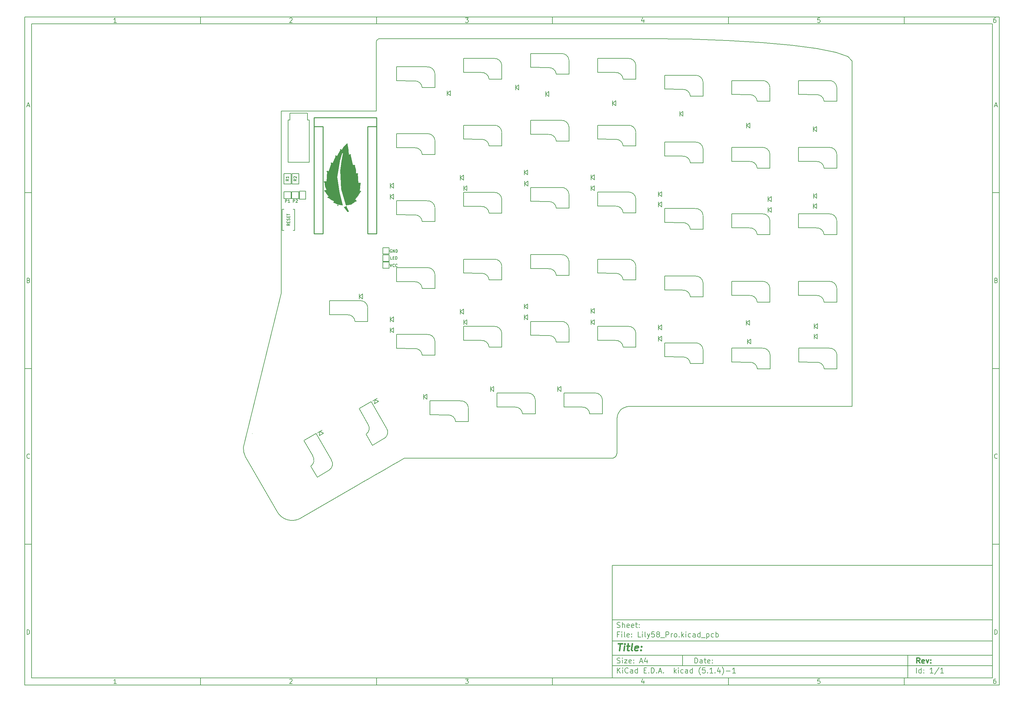
<source format=gto>
G04 #@! TF.GenerationSoftware,KiCad,Pcbnew,(5.1.4)-1*
G04 #@! TF.CreationDate,2020-11-12T20:18:54+01:00*
G04 #@! TF.ProjectId,Lily58_Pro,4c696c79-3538-45f5-9072-6f2e6b696361,rev?*
G04 #@! TF.SameCoordinates,Original*
G04 #@! TF.FileFunction,Legend,Top*
G04 #@! TF.FilePolarity,Positive*
%FSLAX46Y46*%
G04 Gerber Fmt 4.6, Leading zero omitted, Abs format (unit mm)*
G04 Created by KiCad (PCBNEW (5.1.4)-1) date 2020-11-12 20:18:54*
%MOMM*%
%LPD*%
G04 APERTURE LIST*
%ADD10C,0.100000*%
%ADD11C,0.150000*%
%ADD12C,0.300000*%
%ADD13C,0.400000*%
%ADD14C,0.200000*%
%ADD15C,0.250000*%
G04 APERTURE END LIST*
D10*
D11*
X177002200Y-166007200D02*
X177002200Y-198007200D01*
X285002200Y-198007200D01*
X285002200Y-166007200D01*
X177002200Y-166007200D01*
D10*
D11*
X10000000Y-10000000D02*
X10000000Y-200007200D01*
X287002200Y-200007200D01*
X287002200Y-10000000D01*
X10000000Y-10000000D01*
D10*
D11*
X12000000Y-12000000D02*
X12000000Y-198007200D01*
X285002200Y-198007200D01*
X285002200Y-12000000D01*
X12000000Y-12000000D01*
D10*
D11*
X60000000Y-12000000D02*
X60000000Y-10000000D01*
D10*
D11*
X110000000Y-12000000D02*
X110000000Y-10000000D01*
D10*
D11*
X160000000Y-12000000D02*
X160000000Y-10000000D01*
D10*
D11*
X210000000Y-12000000D02*
X210000000Y-10000000D01*
D10*
D11*
X260000000Y-12000000D02*
X260000000Y-10000000D01*
D10*
D11*
X36065476Y-11588095D02*
X35322619Y-11588095D01*
X35694047Y-11588095D02*
X35694047Y-10288095D01*
X35570238Y-10473809D01*
X35446428Y-10597619D01*
X35322619Y-10659523D01*
D10*
D11*
X85322619Y-10411904D02*
X85384523Y-10350000D01*
X85508333Y-10288095D01*
X85817857Y-10288095D01*
X85941666Y-10350000D01*
X86003571Y-10411904D01*
X86065476Y-10535714D01*
X86065476Y-10659523D01*
X86003571Y-10845238D01*
X85260714Y-11588095D01*
X86065476Y-11588095D01*
D10*
D11*
X135260714Y-10288095D02*
X136065476Y-10288095D01*
X135632142Y-10783333D01*
X135817857Y-10783333D01*
X135941666Y-10845238D01*
X136003571Y-10907142D01*
X136065476Y-11030952D01*
X136065476Y-11340476D01*
X136003571Y-11464285D01*
X135941666Y-11526190D01*
X135817857Y-11588095D01*
X135446428Y-11588095D01*
X135322619Y-11526190D01*
X135260714Y-11464285D01*
D10*
D11*
X185941666Y-10721428D02*
X185941666Y-11588095D01*
X185632142Y-10226190D02*
X185322619Y-11154761D01*
X186127380Y-11154761D01*
D10*
D11*
X236003571Y-10288095D02*
X235384523Y-10288095D01*
X235322619Y-10907142D01*
X235384523Y-10845238D01*
X235508333Y-10783333D01*
X235817857Y-10783333D01*
X235941666Y-10845238D01*
X236003571Y-10907142D01*
X236065476Y-11030952D01*
X236065476Y-11340476D01*
X236003571Y-11464285D01*
X235941666Y-11526190D01*
X235817857Y-11588095D01*
X235508333Y-11588095D01*
X235384523Y-11526190D01*
X235322619Y-11464285D01*
D10*
D11*
X285941666Y-10288095D02*
X285694047Y-10288095D01*
X285570238Y-10350000D01*
X285508333Y-10411904D01*
X285384523Y-10597619D01*
X285322619Y-10845238D01*
X285322619Y-11340476D01*
X285384523Y-11464285D01*
X285446428Y-11526190D01*
X285570238Y-11588095D01*
X285817857Y-11588095D01*
X285941666Y-11526190D01*
X286003571Y-11464285D01*
X286065476Y-11340476D01*
X286065476Y-11030952D01*
X286003571Y-10907142D01*
X285941666Y-10845238D01*
X285817857Y-10783333D01*
X285570238Y-10783333D01*
X285446428Y-10845238D01*
X285384523Y-10907142D01*
X285322619Y-11030952D01*
D10*
D11*
X60000000Y-198007200D02*
X60000000Y-200007200D01*
D10*
D11*
X110000000Y-198007200D02*
X110000000Y-200007200D01*
D10*
D11*
X160000000Y-198007200D02*
X160000000Y-200007200D01*
D10*
D11*
X210000000Y-198007200D02*
X210000000Y-200007200D01*
D10*
D11*
X260000000Y-198007200D02*
X260000000Y-200007200D01*
D10*
D11*
X36065476Y-199595295D02*
X35322619Y-199595295D01*
X35694047Y-199595295D02*
X35694047Y-198295295D01*
X35570238Y-198481009D01*
X35446428Y-198604819D01*
X35322619Y-198666723D01*
D10*
D11*
X85322619Y-198419104D02*
X85384523Y-198357200D01*
X85508333Y-198295295D01*
X85817857Y-198295295D01*
X85941666Y-198357200D01*
X86003571Y-198419104D01*
X86065476Y-198542914D01*
X86065476Y-198666723D01*
X86003571Y-198852438D01*
X85260714Y-199595295D01*
X86065476Y-199595295D01*
D10*
D11*
X135260714Y-198295295D02*
X136065476Y-198295295D01*
X135632142Y-198790533D01*
X135817857Y-198790533D01*
X135941666Y-198852438D01*
X136003571Y-198914342D01*
X136065476Y-199038152D01*
X136065476Y-199347676D01*
X136003571Y-199471485D01*
X135941666Y-199533390D01*
X135817857Y-199595295D01*
X135446428Y-199595295D01*
X135322619Y-199533390D01*
X135260714Y-199471485D01*
D10*
D11*
X185941666Y-198728628D02*
X185941666Y-199595295D01*
X185632142Y-198233390D02*
X185322619Y-199161961D01*
X186127380Y-199161961D01*
D10*
D11*
X236003571Y-198295295D02*
X235384523Y-198295295D01*
X235322619Y-198914342D01*
X235384523Y-198852438D01*
X235508333Y-198790533D01*
X235817857Y-198790533D01*
X235941666Y-198852438D01*
X236003571Y-198914342D01*
X236065476Y-199038152D01*
X236065476Y-199347676D01*
X236003571Y-199471485D01*
X235941666Y-199533390D01*
X235817857Y-199595295D01*
X235508333Y-199595295D01*
X235384523Y-199533390D01*
X235322619Y-199471485D01*
D10*
D11*
X285941666Y-198295295D02*
X285694047Y-198295295D01*
X285570238Y-198357200D01*
X285508333Y-198419104D01*
X285384523Y-198604819D01*
X285322619Y-198852438D01*
X285322619Y-199347676D01*
X285384523Y-199471485D01*
X285446428Y-199533390D01*
X285570238Y-199595295D01*
X285817857Y-199595295D01*
X285941666Y-199533390D01*
X286003571Y-199471485D01*
X286065476Y-199347676D01*
X286065476Y-199038152D01*
X286003571Y-198914342D01*
X285941666Y-198852438D01*
X285817857Y-198790533D01*
X285570238Y-198790533D01*
X285446428Y-198852438D01*
X285384523Y-198914342D01*
X285322619Y-199038152D01*
D10*
D11*
X10000000Y-60000000D02*
X12000000Y-60000000D01*
D10*
D11*
X10000000Y-110000000D02*
X12000000Y-110000000D01*
D10*
D11*
X10000000Y-160000000D02*
X12000000Y-160000000D01*
D10*
D11*
X10690476Y-35216666D02*
X11309523Y-35216666D01*
X10566666Y-35588095D02*
X11000000Y-34288095D01*
X11433333Y-35588095D01*
D10*
D11*
X11092857Y-84907142D02*
X11278571Y-84969047D01*
X11340476Y-85030952D01*
X11402380Y-85154761D01*
X11402380Y-85340476D01*
X11340476Y-85464285D01*
X11278571Y-85526190D01*
X11154761Y-85588095D01*
X10659523Y-85588095D01*
X10659523Y-84288095D01*
X11092857Y-84288095D01*
X11216666Y-84350000D01*
X11278571Y-84411904D01*
X11340476Y-84535714D01*
X11340476Y-84659523D01*
X11278571Y-84783333D01*
X11216666Y-84845238D01*
X11092857Y-84907142D01*
X10659523Y-84907142D01*
D10*
D11*
X11402380Y-135464285D02*
X11340476Y-135526190D01*
X11154761Y-135588095D01*
X11030952Y-135588095D01*
X10845238Y-135526190D01*
X10721428Y-135402380D01*
X10659523Y-135278571D01*
X10597619Y-135030952D01*
X10597619Y-134845238D01*
X10659523Y-134597619D01*
X10721428Y-134473809D01*
X10845238Y-134350000D01*
X11030952Y-134288095D01*
X11154761Y-134288095D01*
X11340476Y-134350000D01*
X11402380Y-134411904D01*
D10*
D11*
X10659523Y-185588095D02*
X10659523Y-184288095D01*
X10969047Y-184288095D01*
X11154761Y-184350000D01*
X11278571Y-184473809D01*
X11340476Y-184597619D01*
X11402380Y-184845238D01*
X11402380Y-185030952D01*
X11340476Y-185278571D01*
X11278571Y-185402380D01*
X11154761Y-185526190D01*
X10969047Y-185588095D01*
X10659523Y-185588095D01*
D10*
D11*
X287002200Y-60000000D02*
X285002200Y-60000000D01*
D10*
D11*
X287002200Y-110000000D02*
X285002200Y-110000000D01*
D10*
D11*
X287002200Y-160000000D02*
X285002200Y-160000000D01*
D10*
D11*
X285692676Y-35216666D02*
X286311723Y-35216666D01*
X285568866Y-35588095D02*
X286002200Y-34288095D01*
X286435533Y-35588095D01*
D10*
D11*
X286095057Y-84907142D02*
X286280771Y-84969047D01*
X286342676Y-85030952D01*
X286404580Y-85154761D01*
X286404580Y-85340476D01*
X286342676Y-85464285D01*
X286280771Y-85526190D01*
X286156961Y-85588095D01*
X285661723Y-85588095D01*
X285661723Y-84288095D01*
X286095057Y-84288095D01*
X286218866Y-84350000D01*
X286280771Y-84411904D01*
X286342676Y-84535714D01*
X286342676Y-84659523D01*
X286280771Y-84783333D01*
X286218866Y-84845238D01*
X286095057Y-84907142D01*
X285661723Y-84907142D01*
D10*
D11*
X286404580Y-135464285D02*
X286342676Y-135526190D01*
X286156961Y-135588095D01*
X286033152Y-135588095D01*
X285847438Y-135526190D01*
X285723628Y-135402380D01*
X285661723Y-135278571D01*
X285599819Y-135030952D01*
X285599819Y-134845238D01*
X285661723Y-134597619D01*
X285723628Y-134473809D01*
X285847438Y-134350000D01*
X286033152Y-134288095D01*
X286156961Y-134288095D01*
X286342676Y-134350000D01*
X286404580Y-134411904D01*
D10*
D11*
X285661723Y-185588095D02*
X285661723Y-184288095D01*
X285971247Y-184288095D01*
X286156961Y-184350000D01*
X286280771Y-184473809D01*
X286342676Y-184597619D01*
X286404580Y-184845238D01*
X286404580Y-185030952D01*
X286342676Y-185278571D01*
X286280771Y-185402380D01*
X286156961Y-185526190D01*
X285971247Y-185588095D01*
X285661723Y-185588095D01*
D10*
D11*
X200434342Y-193785771D02*
X200434342Y-192285771D01*
X200791485Y-192285771D01*
X201005771Y-192357200D01*
X201148628Y-192500057D01*
X201220057Y-192642914D01*
X201291485Y-192928628D01*
X201291485Y-193142914D01*
X201220057Y-193428628D01*
X201148628Y-193571485D01*
X201005771Y-193714342D01*
X200791485Y-193785771D01*
X200434342Y-193785771D01*
X202577200Y-193785771D02*
X202577200Y-193000057D01*
X202505771Y-192857200D01*
X202362914Y-192785771D01*
X202077200Y-192785771D01*
X201934342Y-192857200D01*
X202577200Y-193714342D02*
X202434342Y-193785771D01*
X202077200Y-193785771D01*
X201934342Y-193714342D01*
X201862914Y-193571485D01*
X201862914Y-193428628D01*
X201934342Y-193285771D01*
X202077200Y-193214342D01*
X202434342Y-193214342D01*
X202577200Y-193142914D01*
X203077200Y-192785771D02*
X203648628Y-192785771D01*
X203291485Y-192285771D02*
X203291485Y-193571485D01*
X203362914Y-193714342D01*
X203505771Y-193785771D01*
X203648628Y-193785771D01*
X204720057Y-193714342D02*
X204577200Y-193785771D01*
X204291485Y-193785771D01*
X204148628Y-193714342D01*
X204077200Y-193571485D01*
X204077200Y-193000057D01*
X204148628Y-192857200D01*
X204291485Y-192785771D01*
X204577200Y-192785771D01*
X204720057Y-192857200D01*
X204791485Y-193000057D01*
X204791485Y-193142914D01*
X204077200Y-193285771D01*
X205434342Y-193642914D02*
X205505771Y-193714342D01*
X205434342Y-193785771D01*
X205362914Y-193714342D01*
X205434342Y-193642914D01*
X205434342Y-193785771D01*
X205434342Y-192857200D02*
X205505771Y-192928628D01*
X205434342Y-193000057D01*
X205362914Y-192928628D01*
X205434342Y-192857200D01*
X205434342Y-193000057D01*
D10*
D11*
X177002200Y-194507200D02*
X285002200Y-194507200D01*
D10*
D11*
X178434342Y-196585771D02*
X178434342Y-195085771D01*
X179291485Y-196585771D02*
X178648628Y-195728628D01*
X179291485Y-195085771D02*
X178434342Y-195942914D01*
X179934342Y-196585771D02*
X179934342Y-195585771D01*
X179934342Y-195085771D02*
X179862914Y-195157200D01*
X179934342Y-195228628D01*
X180005771Y-195157200D01*
X179934342Y-195085771D01*
X179934342Y-195228628D01*
X181505771Y-196442914D02*
X181434342Y-196514342D01*
X181220057Y-196585771D01*
X181077200Y-196585771D01*
X180862914Y-196514342D01*
X180720057Y-196371485D01*
X180648628Y-196228628D01*
X180577200Y-195942914D01*
X180577200Y-195728628D01*
X180648628Y-195442914D01*
X180720057Y-195300057D01*
X180862914Y-195157200D01*
X181077200Y-195085771D01*
X181220057Y-195085771D01*
X181434342Y-195157200D01*
X181505771Y-195228628D01*
X182791485Y-196585771D02*
X182791485Y-195800057D01*
X182720057Y-195657200D01*
X182577200Y-195585771D01*
X182291485Y-195585771D01*
X182148628Y-195657200D01*
X182791485Y-196514342D02*
X182648628Y-196585771D01*
X182291485Y-196585771D01*
X182148628Y-196514342D01*
X182077200Y-196371485D01*
X182077200Y-196228628D01*
X182148628Y-196085771D01*
X182291485Y-196014342D01*
X182648628Y-196014342D01*
X182791485Y-195942914D01*
X184148628Y-196585771D02*
X184148628Y-195085771D01*
X184148628Y-196514342D02*
X184005771Y-196585771D01*
X183720057Y-196585771D01*
X183577200Y-196514342D01*
X183505771Y-196442914D01*
X183434342Y-196300057D01*
X183434342Y-195871485D01*
X183505771Y-195728628D01*
X183577200Y-195657200D01*
X183720057Y-195585771D01*
X184005771Y-195585771D01*
X184148628Y-195657200D01*
X186005771Y-195800057D02*
X186505771Y-195800057D01*
X186720057Y-196585771D02*
X186005771Y-196585771D01*
X186005771Y-195085771D01*
X186720057Y-195085771D01*
X187362914Y-196442914D02*
X187434342Y-196514342D01*
X187362914Y-196585771D01*
X187291485Y-196514342D01*
X187362914Y-196442914D01*
X187362914Y-196585771D01*
X188077200Y-196585771D02*
X188077200Y-195085771D01*
X188434342Y-195085771D01*
X188648628Y-195157200D01*
X188791485Y-195300057D01*
X188862914Y-195442914D01*
X188934342Y-195728628D01*
X188934342Y-195942914D01*
X188862914Y-196228628D01*
X188791485Y-196371485D01*
X188648628Y-196514342D01*
X188434342Y-196585771D01*
X188077200Y-196585771D01*
X189577200Y-196442914D02*
X189648628Y-196514342D01*
X189577200Y-196585771D01*
X189505771Y-196514342D01*
X189577200Y-196442914D01*
X189577200Y-196585771D01*
X190220057Y-196157200D02*
X190934342Y-196157200D01*
X190077200Y-196585771D02*
X190577200Y-195085771D01*
X191077200Y-196585771D01*
X191577200Y-196442914D02*
X191648628Y-196514342D01*
X191577200Y-196585771D01*
X191505771Y-196514342D01*
X191577200Y-196442914D01*
X191577200Y-196585771D01*
X194577200Y-196585771D02*
X194577200Y-195085771D01*
X194720057Y-196014342D02*
X195148628Y-196585771D01*
X195148628Y-195585771D02*
X194577200Y-196157200D01*
X195791485Y-196585771D02*
X195791485Y-195585771D01*
X195791485Y-195085771D02*
X195720057Y-195157200D01*
X195791485Y-195228628D01*
X195862914Y-195157200D01*
X195791485Y-195085771D01*
X195791485Y-195228628D01*
X197148628Y-196514342D02*
X197005771Y-196585771D01*
X196720057Y-196585771D01*
X196577200Y-196514342D01*
X196505771Y-196442914D01*
X196434342Y-196300057D01*
X196434342Y-195871485D01*
X196505771Y-195728628D01*
X196577200Y-195657200D01*
X196720057Y-195585771D01*
X197005771Y-195585771D01*
X197148628Y-195657200D01*
X198434342Y-196585771D02*
X198434342Y-195800057D01*
X198362914Y-195657200D01*
X198220057Y-195585771D01*
X197934342Y-195585771D01*
X197791485Y-195657200D01*
X198434342Y-196514342D02*
X198291485Y-196585771D01*
X197934342Y-196585771D01*
X197791485Y-196514342D01*
X197720057Y-196371485D01*
X197720057Y-196228628D01*
X197791485Y-196085771D01*
X197934342Y-196014342D01*
X198291485Y-196014342D01*
X198434342Y-195942914D01*
X199791485Y-196585771D02*
X199791485Y-195085771D01*
X199791485Y-196514342D02*
X199648628Y-196585771D01*
X199362914Y-196585771D01*
X199220057Y-196514342D01*
X199148628Y-196442914D01*
X199077200Y-196300057D01*
X199077200Y-195871485D01*
X199148628Y-195728628D01*
X199220057Y-195657200D01*
X199362914Y-195585771D01*
X199648628Y-195585771D01*
X199791485Y-195657200D01*
X202077200Y-197157200D02*
X202005771Y-197085771D01*
X201862914Y-196871485D01*
X201791485Y-196728628D01*
X201720057Y-196514342D01*
X201648628Y-196157200D01*
X201648628Y-195871485D01*
X201720057Y-195514342D01*
X201791485Y-195300057D01*
X201862914Y-195157200D01*
X202005771Y-194942914D01*
X202077200Y-194871485D01*
X203362914Y-195085771D02*
X202648628Y-195085771D01*
X202577200Y-195800057D01*
X202648628Y-195728628D01*
X202791485Y-195657200D01*
X203148628Y-195657200D01*
X203291485Y-195728628D01*
X203362914Y-195800057D01*
X203434342Y-195942914D01*
X203434342Y-196300057D01*
X203362914Y-196442914D01*
X203291485Y-196514342D01*
X203148628Y-196585771D01*
X202791485Y-196585771D01*
X202648628Y-196514342D01*
X202577200Y-196442914D01*
X204077200Y-196442914D02*
X204148628Y-196514342D01*
X204077200Y-196585771D01*
X204005771Y-196514342D01*
X204077200Y-196442914D01*
X204077200Y-196585771D01*
X205577200Y-196585771D02*
X204720057Y-196585771D01*
X205148628Y-196585771D02*
X205148628Y-195085771D01*
X205005771Y-195300057D01*
X204862914Y-195442914D01*
X204720057Y-195514342D01*
X206220057Y-196442914D02*
X206291485Y-196514342D01*
X206220057Y-196585771D01*
X206148628Y-196514342D01*
X206220057Y-196442914D01*
X206220057Y-196585771D01*
X207577200Y-195585771D02*
X207577200Y-196585771D01*
X207220057Y-195014342D02*
X206862914Y-196085771D01*
X207791485Y-196085771D01*
X208220057Y-197157200D02*
X208291485Y-197085771D01*
X208434342Y-196871485D01*
X208505771Y-196728628D01*
X208577200Y-196514342D01*
X208648628Y-196157200D01*
X208648628Y-195871485D01*
X208577200Y-195514342D01*
X208505771Y-195300057D01*
X208434342Y-195157200D01*
X208291485Y-194942914D01*
X208220057Y-194871485D01*
X209362914Y-196014342D02*
X210505771Y-196014342D01*
X212005771Y-196585771D02*
X211148628Y-196585771D01*
X211577200Y-196585771D02*
X211577200Y-195085771D01*
X211434342Y-195300057D01*
X211291485Y-195442914D01*
X211148628Y-195514342D01*
D10*
D11*
X177002200Y-191507200D02*
X285002200Y-191507200D01*
D10*
D12*
X264411485Y-193785771D02*
X263911485Y-193071485D01*
X263554342Y-193785771D02*
X263554342Y-192285771D01*
X264125771Y-192285771D01*
X264268628Y-192357200D01*
X264340057Y-192428628D01*
X264411485Y-192571485D01*
X264411485Y-192785771D01*
X264340057Y-192928628D01*
X264268628Y-193000057D01*
X264125771Y-193071485D01*
X263554342Y-193071485D01*
X265625771Y-193714342D02*
X265482914Y-193785771D01*
X265197200Y-193785771D01*
X265054342Y-193714342D01*
X264982914Y-193571485D01*
X264982914Y-193000057D01*
X265054342Y-192857200D01*
X265197200Y-192785771D01*
X265482914Y-192785771D01*
X265625771Y-192857200D01*
X265697200Y-193000057D01*
X265697200Y-193142914D01*
X264982914Y-193285771D01*
X266197200Y-192785771D02*
X266554342Y-193785771D01*
X266911485Y-192785771D01*
X267482914Y-193642914D02*
X267554342Y-193714342D01*
X267482914Y-193785771D01*
X267411485Y-193714342D01*
X267482914Y-193642914D01*
X267482914Y-193785771D01*
X267482914Y-192857200D02*
X267554342Y-192928628D01*
X267482914Y-193000057D01*
X267411485Y-192928628D01*
X267482914Y-192857200D01*
X267482914Y-193000057D01*
D10*
D11*
X178362914Y-193714342D02*
X178577200Y-193785771D01*
X178934342Y-193785771D01*
X179077200Y-193714342D01*
X179148628Y-193642914D01*
X179220057Y-193500057D01*
X179220057Y-193357200D01*
X179148628Y-193214342D01*
X179077200Y-193142914D01*
X178934342Y-193071485D01*
X178648628Y-193000057D01*
X178505771Y-192928628D01*
X178434342Y-192857200D01*
X178362914Y-192714342D01*
X178362914Y-192571485D01*
X178434342Y-192428628D01*
X178505771Y-192357200D01*
X178648628Y-192285771D01*
X179005771Y-192285771D01*
X179220057Y-192357200D01*
X179862914Y-193785771D02*
X179862914Y-192785771D01*
X179862914Y-192285771D02*
X179791485Y-192357200D01*
X179862914Y-192428628D01*
X179934342Y-192357200D01*
X179862914Y-192285771D01*
X179862914Y-192428628D01*
X180434342Y-192785771D02*
X181220057Y-192785771D01*
X180434342Y-193785771D01*
X181220057Y-193785771D01*
X182362914Y-193714342D02*
X182220057Y-193785771D01*
X181934342Y-193785771D01*
X181791485Y-193714342D01*
X181720057Y-193571485D01*
X181720057Y-193000057D01*
X181791485Y-192857200D01*
X181934342Y-192785771D01*
X182220057Y-192785771D01*
X182362914Y-192857200D01*
X182434342Y-193000057D01*
X182434342Y-193142914D01*
X181720057Y-193285771D01*
X183077200Y-193642914D02*
X183148628Y-193714342D01*
X183077200Y-193785771D01*
X183005771Y-193714342D01*
X183077200Y-193642914D01*
X183077200Y-193785771D01*
X183077200Y-192857200D02*
X183148628Y-192928628D01*
X183077200Y-193000057D01*
X183005771Y-192928628D01*
X183077200Y-192857200D01*
X183077200Y-193000057D01*
X184862914Y-193357200D02*
X185577200Y-193357200D01*
X184720057Y-193785771D02*
X185220057Y-192285771D01*
X185720057Y-193785771D01*
X186862914Y-192785771D02*
X186862914Y-193785771D01*
X186505771Y-192214342D02*
X186148628Y-193285771D01*
X187077200Y-193285771D01*
D10*
D11*
X263434342Y-196585771D02*
X263434342Y-195085771D01*
X264791485Y-196585771D02*
X264791485Y-195085771D01*
X264791485Y-196514342D02*
X264648628Y-196585771D01*
X264362914Y-196585771D01*
X264220057Y-196514342D01*
X264148628Y-196442914D01*
X264077200Y-196300057D01*
X264077200Y-195871485D01*
X264148628Y-195728628D01*
X264220057Y-195657200D01*
X264362914Y-195585771D01*
X264648628Y-195585771D01*
X264791485Y-195657200D01*
X265505771Y-196442914D02*
X265577200Y-196514342D01*
X265505771Y-196585771D01*
X265434342Y-196514342D01*
X265505771Y-196442914D01*
X265505771Y-196585771D01*
X265505771Y-195657200D02*
X265577200Y-195728628D01*
X265505771Y-195800057D01*
X265434342Y-195728628D01*
X265505771Y-195657200D01*
X265505771Y-195800057D01*
X268148628Y-196585771D02*
X267291485Y-196585771D01*
X267720057Y-196585771D02*
X267720057Y-195085771D01*
X267577200Y-195300057D01*
X267434342Y-195442914D01*
X267291485Y-195514342D01*
X269862914Y-195014342D02*
X268577200Y-196942914D01*
X271148628Y-196585771D02*
X270291485Y-196585771D01*
X270720057Y-196585771D02*
X270720057Y-195085771D01*
X270577200Y-195300057D01*
X270434342Y-195442914D01*
X270291485Y-195514342D01*
D10*
D11*
X177002200Y-187507200D02*
X285002200Y-187507200D01*
D10*
D13*
X178714580Y-188211961D02*
X179857438Y-188211961D01*
X179036009Y-190211961D02*
X179286009Y-188211961D01*
X180274104Y-190211961D02*
X180440771Y-188878628D01*
X180524104Y-188211961D02*
X180416961Y-188307200D01*
X180500295Y-188402438D01*
X180607438Y-188307200D01*
X180524104Y-188211961D01*
X180500295Y-188402438D01*
X181107438Y-188878628D02*
X181869342Y-188878628D01*
X181476485Y-188211961D02*
X181262200Y-189926247D01*
X181333628Y-190116723D01*
X181512200Y-190211961D01*
X181702676Y-190211961D01*
X182655057Y-190211961D02*
X182476485Y-190116723D01*
X182405057Y-189926247D01*
X182619342Y-188211961D01*
X184190771Y-190116723D02*
X183988390Y-190211961D01*
X183607438Y-190211961D01*
X183428866Y-190116723D01*
X183357438Y-189926247D01*
X183452676Y-189164342D01*
X183571723Y-188973866D01*
X183774104Y-188878628D01*
X184155057Y-188878628D01*
X184333628Y-188973866D01*
X184405057Y-189164342D01*
X184381247Y-189354819D01*
X183405057Y-189545295D01*
X185155057Y-190021485D02*
X185238390Y-190116723D01*
X185131247Y-190211961D01*
X185047914Y-190116723D01*
X185155057Y-190021485D01*
X185131247Y-190211961D01*
X185286009Y-188973866D02*
X185369342Y-189069104D01*
X185262200Y-189164342D01*
X185178866Y-189069104D01*
X185286009Y-188973866D01*
X185262200Y-189164342D01*
D10*
D11*
X178934342Y-185600057D02*
X178434342Y-185600057D01*
X178434342Y-186385771D02*
X178434342Y-184885771D01*
X179148628Y-184885771D01*
X179720057Y-186385771D02*
X179720057Y-185385771D01*
X179720057Y-184885771D02*
X179648628Y-184957200D01*
X179720057Y-185028628D01*
X179791485Y-184957200D01*
X179720057Y-184885771D01*
X179720057Y-185028628D01*
X180648628Y-186385771D02*
X180505771Y-186314342D01*
X180434342Y-186171485D01*
X180434342Y-184885771D01*
X181791485Y-186314342D02*
X181648628Y-186385771D01*
X181362914Y-186385771D01*
X181220057Y-186314342D01*
X181148628Y-186171485D01*
X181148628Y-185600057D01*
X181220057Y-185457200D01*
X181362914Y-185385771D01*
X181648628Y-185385771D01*
X181791485Y-185457200D01*
X181862914Y-185600057D01*
X181862914Y-185742914D01*
X181148628Y-185885771D01*
X182505771Y-186242914D02*
X182577200Y-186314342D01*
X182505771Y-186385771D01*
X182434342Y-186314342D01*
X182505771Y-186242914D01*
X182505771Y-186385771D01*
X182505771Y-185457200D02*
X182577200Y-185528628D01*
X182505771Y-185600057D01*
X182434342Y-185528628D01*
X182505771Y-185457200D01*
X182505771Y-185600057D01*
X185077200Y-186385771D02*
X184362914Y-186385771D01*
X184362914Y-184885771D01*
X185577200Y-186385771D02*
X185577200Y-185385771D01*
X185577200Y-184885771D02*
X185505771Y-184957200D01*
X185577200Y-185028628D01*
X185648628Y-184957200D01*
X185577200Y-184885771D01*
X185577200Y-185028628D01*
X186505771Y-186385771D02*
X186362914Y-186314342D01*
X186291485Y-186171485D01*
X186291485Y-184885771D01*
X186934342Y-185385771D02*
X187291485Y-186385771D01*
X187648628Y-185385771D02*
X187291485Y-186385771D01*
X187148628Y-186742914D01*
X187077200Y-186814342D01*
X186934342Y-186885771D01*
X188934342Y-184885771D02*
X188220057Y-184885771D01*
X188148628Y-185600057D01*
X188220057Y-185528628D01*
X188362914Y-185457200D01*
X188720057Y-185457200D01*
X188862914Y-185528628D01*
X188934342Y-185600057D01*
X189005771Y-185742914D01*
X189005771Y-186100057D01*
X188934342Y-186242914D01*
X188862914Y-186314342D01*
X188720057Y-186385771D01*
X188362914Y-186385771D01*
X188220057Y-186314342D01*
X188148628Y-186242914D01*
X189862914Y-185528628D02*
X189720057Y-185457200D01*
X189648628Y-185385771D01*
X189577200Y-185242914D01*
X189577200Y-185171485D01*
X189648628Y-185028628D01*
X189720057Y-184957200D01*
X189862914Y-184885771D01*
X190148628Y-184885771D01*
X190291485Y-184957200D01*
X190362914Y-185028628D01*
X190434342Y-185171485D01*
X190434342Y-185242914D01*
X190362914Y-185385771D01*
X190291485Y-185457200D01*
X190148628Y-185528628D01*
X189862914Y-185528628D01*
X189720057Y-185600057D01*
X189648628Y-185671485D01*
X189577200Y-185814342D01*
X189577200Y-186100057D01*
X189648628Y-186242914D01*
X189720057Y-186314342D01*
X189862914Y-186385771D01*
X190148628Y-186385771D01*
X190291485Y-186314342D01*
X190362914Y-186242914D01*
X190434342Y-186100057D01*
X190434342Y-185814342D01*
X190362914Y-185671485D01*
X190291485Y-185600057D01*
X190148628Y-185528628D01*
X190720057Y-186528628D02*
X191862914Y-186528628D01*
X192220057Y-186385771D02*
X192220057Y-184885771D01*
X192791485Y-184885771D01*
X192934342Y-184957200D01*
X193005771Y-185028628D01*
X193077200Y-185171485D01*
X193077200Y-185385771D01*
X193005771Y-185528628D01*
X192934342Y-185600057D01*
X192791485Y-185671485D01*
X192220057Y-185671485D01*
X193720057Y-186385771D02*
X193720057Y-185385771D01*
X193720057Y-185671485D02*
X193791485Y-185528628D01*
X193862914Y-185457200D01*
X194005771Y-185385771D01*
X194148628Y-185385771D01*
X194862914Y-186385771D02*
X194720057Y-186314342D01*
X194648628Y-186242914D01*
X194577200Y-186100057D01*
X194577200Y-185671485D01*
X194648628Y-185528628D01*
X194720057Y-185457200D01*
X194862914Y-185385771D01*
X195077200Y-185385771D01*
X195220057Y-185457200D01*
X195291485Y-185528628D01*
X195362914Y-185671485D01*
X195362914Y-186100057D01*
X195291485Y-186242914D01*
X195220057Y-186314342D01*
X195077200Y-186385771D01*
X194862914Y-186385771D01*
X196005771Y-186242914D02*
X196077200Y-186314342D01*
X196005771Y-186385771D01*
X195934342Y-186314342D01*
X196005771Y-186242914D01*
X196005771Y-186385771D01*
X196720057Y-186385771D02*
X196720057Y-184885771D01*
X196862914Y-185814342D02*
X197291485Y-186385771D01*
X197291485Y-185385771D02*
X196720057Y-185957200D01*
X197934342Y-186385771D02*
X197934342Y-185385771D01*
X197934342Y-184885771D02*
X197862914Y-184957200D01*
X197934342Y-185028628D01*
X198005771Y-184957200D01*
X197934342Y-184885771D01*
X197934342Y-185028628D01*
X199291485Y-186314342D02*
X199148628Y-186385771D01*
X198862914Y-186385771D01*
X198720057Y-186314342D01*
X198648628Y-186242914D01*
X198577200Y-186100057D01*
X198577200Y-185671485D01*
X198648628Y-185528628D01*
X198720057Y-185457200D01*
X198862914Y-185385771D01*
X199148628Y-185385771D01*
X199291485Y-185457200D01*
X200577200Y-186385771D02*
X200577200Y-185600057D01*
X200505771Y-185457200D01*
X200362914Y-185385771D01*
X200077200Y-185385771D01*
X199934342Y-185457200D01*
X200577200Y-186314342D02*
X200434342Y-186385771D01*
X200077200Y-186385771D01*
X199934342Y-186314342D01*
X199862914Y-186171485D01*
X199862914Y-186028628D01*
X199934342Y-185885771D01*
X200077200Y-185814342D01*
X200434342Y-185814342D01*
X200577200Y-185742914D01*
X201934342Y-186385771D02*
X201934342Y-184885771D01*
X201934342Y-186314342D02*
X201791485Y-186385771D01*
X201505771Y-186385771D01*
X201362914Y-186314342D01*
X201291485Y-186242914D01*
X201220057Y-186100057D01*
X201220057Y-185671485D01*
X201291485Y-185528628D01*
X201362914Y-185457200D01*
X201505771Y-185385771D01*
X201791485Y-185385771D01*
X201934342Y-185457200D01*
X202291485Y-186528628D02*
X203434342Y-186528628D01*
X203791485Y-185385771D02*
X203791485Y-186885771D01*
X203791485Y-185457200D02*
X203934342Y-185385771D01*
X204220057Y-185385771D01*
X204362914Y-185457200D01*
X204434342Y-185528628D01*
X204505771Y-185671485D01*
X204505771Y-186100057D01*
X204434342Y-186242914D01*
X204362914Y-186314342D01*
X204220057Y-186385771D01*
X203934342Y-186385771D01*
X203791485Y-186314342D01*
X205791485Y-186314342D02*
X205648628Y-186385771D01*
X205362914Y-186385771D01*
X205220057Y-186314342D01*
X205148628Y-186242914D01*
X205077200Y-186100057D01*
X205077200Y-185671485D01*
X205148628Y-185528628D01*
X205220057Y-185457200D01*
X205362914Y-185385771D01*
X205648628Y-185385771D01*
X205791485Y-185457200D01*
X206434342Y-186385771D02*
X206434342Y-184885771D01*
X206434342Y-185457200D02*
X206577200Y-185385771D01*
X206862914Y-185385771D01*
X207005771Y-185457200D01*
X207077200Y-185528628D01*
X207148628Y-185671485D01*
X207148628Y-186100057D01*
X207077200Y-186242914D01*
X207005771Y-186314342D01*
X206862914Y-186385771D01*
X206577200Y-186385771D01*
X206434342Y-186314342D01*
D10*
D11*
X177002200Y-181507200D02*
X285002200Y-181507200D01*
D10*
D11*
X178362914Y-183614342D02*
X178577200Y-183685771D01*
X178934342Y-183685771D01*
X179077200Y-183614342D01*
X179148628Y-183542914D01*
X179220057Y-183400057D01*
X179220057Y-183257200D01*
X179148628Y-183114342D01*
X179077200Y-183042914D01*
X178934342Y-182971485D01*
X178648628Y-182900057D01*
X178505771Y-182828628D01*
X178434342Y-182757200D01*
X178362914Y-182614342D01*
X178362914Y-182471485D01*
X178434342Y-182328628D01*
X178505771Y-182257200D01*
X178648628Y-182185771D01*
X179005771Y-182185771D01*
X179220057Y-182257200D01*
X179862914Y-183685771D02*
X179862914Y-182185771D01*
X180505771Y-183685771D02*
X180505771Y-182900057D01*
X180434342Y-182757200D01*
X180291485Y-182685771D01*
X180077200Y-182685771D01*
X179934342Y-182757200D01*
X179862914Y-182828628D01*
X181791485Y-183614342D02*
X181648628Y-183685771D01*
X181362914Y-183685771D01*
X181220057Y-183614342D01*
X181148628Y-183471485D01*
X181148628Y-182900057D01*
X181220057Y-182757200D01*
X181362914Y-182685771D01*
X181648628Y-182685771D01*
X181791485Y-182757200D01*
X181862914Y-182900057D01*
X181862914Y-183042914D01*
X181148628Y-183185771D01*
X183077200Y-183614342D02*
X182934342Y-183685771D01*
X182648628Y-183685771D01*
X182505771Y-183614342D01*
X182434342Y-183471485D01*
X182434342Y-182900057D01*
X182505771Y-182757200D01*
X182648628Y-182685771D01*
X182934342Y-182685771D01*
X183077200Y-182757200D01*
X183148628Y-182900057D01*
X183148628Y-183042914D01*
X182434342Y-183185771D01*
X183577200Y-182685771D02*
X184148628Y-182685771D01*
X183791485Y-182185771D02*
X183791485Y-183471485D01*
X183862914Y-183614342D01*
X184005771Y-183685771D01*
X184148628Y-183685771D01*
X184648628Y-183542914D02*
X184720057Y-183614342D01*
X184648628Y-183685771D01*
X184577200Y-183614342D01*
X184648628Y-183542914D01*
X184648628Y-183685771D01*
X184648628Y-182757200D02*
X184720057Y-182828628D01*
X184648628Y-182900057D01*
X184577200Y-182828628D01*
X184648628Y-182757200D01*
X184648628Y-182900057D01*
D10*
D11*
X197002200Y-191507200D02*
X197002200Y-194507200D01*
D10*
D11*
X261002200Y-191507200D02*
X261002200Y-198007200D01*
X74700000Y-128475000D02*
X74725000Y-128475000D01*
X72674503Y-134960305D02*
G75*
G02X72175000Y-132325000I4376397J2194505D01*
G01*
X88345583Y-152620389D02*
G75*
G02X81699101Y-150634699I-2328483J4322489D01*
G01*
X72674503Y-134960305D02*
X81699101Y-150634699D01*
X104456758Y-143271756D02*
X88345583Y-152620389D01*
X245120000Y-120789735D02*
X245120000Y-22546755D01*
X223959999Y-120789735D02*
X245120000Y-120789735D01*
X109898210Y-36780000D02*
X109898210Y-17246762D01*
X82940000Y-36780000D02*
X109898210Y-36780000D01*
X82937528Y-38136762D02*
X82940000Y-36780000D01*
D14*
X240549319Y-20073847D02*
X235185697Y-18995159D01*
X235185697Y-18995159D02*
X228080758Y-18055561D01*
X116186619Y-136480784D02*
X117862313Y-135510645D01*
X114510925Y-137450923D02*
X116186619Y-136480784D01*
X82937528Y-50750629D02*
X82937528Y-44443695D01*
X82937528Y-57057562D02*
X82937528Y-50750629D01*
X142171711Y-16196762D02*
X131763877Y-16196762D01*
X218692418Y-120789735D02*
X223959999Y-120789735D01*
X213424836Y-120789735D02*
X218692418Y-120789735D01*
X208157255Y-120789735D02*
X213424836Y-120789735D01*
X202889673Y-120789735D02*
X208157255Y-120789735D01*
X197622092Y-120789735D02*
X202889673Y-120789735D01*
X192354511Y-120789735D02*
X197622092Y-120789735D01*
X187086929Y-120789735D02*
X192354511Y-120789735D01*
X181819348Y-120789735D02*
X187086929Y-120789735D01*
X181113524Y-120860778D02*
X181819348Y-120789735D01*
X180456326Y-121064561D02*
X181113524Y-120860778D01*
X179861773Y-121387065D02*
X180456326Y-121064561D01*
X179343884Y-121814271D02*
X179861773Y-121387065D01*
X178916678Y-122332160D02*
X179343884Y-121814271D01*
X178594174Y-122926713D02*
X178916678Y-122332160D01*
X178390391Y-123583911D02*
X178594174Y-122926713D01*
X178319348Y-124289735D02*
X178390391Y-123583911D01*
X219467654Y-17280488D02*
X209579538Y-16695374D01*
X228080758Y-18055561D02*
X219467654Y-17280488D01*
X198649563Y-16325654D02*
X186910881Y-16196762D01*
X209579538Y-16695374D02*
X198649563Y-16325654D01*
X177658308Y-135255660D02*
X177403500Y-135393876D01*
X177880261Y-135072571D02*
X177658308Y-135255660D01*
X178063349Y-134850619D02*
X177880261Y-135072571D01*
X178201565Y-134595810D02*
X178063349Y-134850619D01*
X178288901Y-134314154D02*
X178201565Y-134595810D01*
X178319348Y-134034052D02*
X178288901Y-134314154D01*
X82937528Y-69671429D02*
X82937528Y-63364495D01*
X82937528Y-75978362D02*
X82937528Y-69671429D01*
X82937528Y-82285296D02*
X82937528Y-75978362D01*
X82937528Y-88592229D02*
X82937528Y-82285296D01*
X131763877Y-16196762D02*
X121356044Y-16196762D01*
X152579545Y-16196762D02*
X142171711Y-16196762D01*
X162987379Y-16196762D02*
X152579545Y-16196762D01*
X173395213Y-16196762D02*
X162987379Y-16196762D01*
X186910881Y-16196762D02*
X173395213Y-16196762D01*
X110360937Y-16375961D02*
X110539303Y-16279210D01*
X110205570Y-16504123D02*
X110360937Y-16375961D01*
X110077409Y-16659489D02*
X110205570Y-16504123D01*
X109980657Y-16837855D02*
X110077409Y-16659489D01*
X109919523Y-17035015D02*
X109980657Y-16837855D01*
X109898210Y-17246762D02*
X109919523Y-17035015D01*
X110736462Y-16218075D02*
X110948210Y-16196762D01*
X110539303Y-16279210D02*
X110736462Y-16218075D01*
X121356044Y-16196762D02*
X110948210Y-16196762D01*
X82937528Y-63364495D02*
X82937528Y-57057562D01*
X82937528Y-44443695D02*
X82937528Y-38136762D01*
X82937777Y-88592317D02*
X72175000Y-132325000D01*
X112835230Y-138421062D02*
X114510925Y-137450923D01*
X111159536Y-139391201D02*
X112835230Y-138421062D01*
X109483841Y-140361340D02*
X111159536Y-139391201D01*
X107808147Y-141331479D02*
X109483841Y-140361340D01*
X106132452Y-142301617D02*
X107808147Y-141331479D01*
X104456758Y-143271756D02*
X106132452Y-142301617D01*
X169449826Y-135511658D02*
X176819348Y-135511658D01*
X162080304Y-135511658D02*
X169449826Y-135511658D01*
X154710782Y-135511658D02*
X162080304Y-135511658D01*
X147341260Y-135511658D02*
X154710782Y-135511658D01*
X139971738Y-135511658D02*
X147341260Y-135511658D01*
X132602217Y-135511658D02*
X139971738Y-135511658D01*
X125232695Y-135511658D02*
X132602217Y-135511658D01*
X117863173Y-135511658D02*
X125232695Y-135511658D01*
X178319348Y-132816013D02*
X178319348Y-134034052D01*
X178319348Y-131597973D02*
X178319348Y-132816013D01*
X178319348Y-130379933D02*
X178319348Y-131597973D01*
X178319348Y-129161894D02*
X178319348Y-130379933D01*
X178319348Y-127943854D02*
X178319348Y-129161894D01*
X178319348Y-126725814D02*
X178319348Y-127943854D01*
X178319348Y-125507775D02*
X178319348Y-126725814D01*
X178319348Y-124289735D02*
X178319348Y-125507775D01*
X177121844Y-135481211D02*
X176819348Y-135511658D01*
X177403500Y-135393876D02*
X177121844Y-135481211D01*
X243938471Y-21266190D02*
X240549319Y-20073847D01*
X245120000Y-22546755D02*
X243938471Y-21266190D01*
D10*
G36*
X101348995Y-63964294D02*
G01*
X100695000Y-64010000D01*
X101711000Y-65407000D01*
X102092000Y-65280000D01*
X101348995Y-63964294D01*
G37*
X101348995Y-63964294D02*
X100695000Y-64010000D01*
X101711000Y-65407000D01*
X102092000Y-65280000D01*
X101348995Y-63964294D01*
G36*
X100314000Y-63502000D02*
G01*
X98917000Y-63248000D01*
X97901000Y-62740000D01*
X98108327Y-62429975D01*
X97117571Y-61995290D01*
X96250000Y-61343000D01*
X96504000Y-61089000D01*
X95775701Y-60344093D01*
X95291290Y-59483610D01*
X95842067Y-59384534D01*
X95372403Y-58195437D01*
X95234000Y-56898000D01*
X95784966Y-56893651D01*
X95996000Y-53977000D01*
X96377000Y-53977000D01*
X97139000Y-51564000D01*
X97474546Y-51661740D01*
X98387214Y-49549765D01*
X98703538Y-49698000D01*
X99739672Y-47797789D01*
X100048055Y-47931087D01*
X100695000Y-46865000D01*
X101612844Y-45935961D01*
X101965000Y-47754000D01*
X102092000Y-49278000D01*
X102567865Y-49191277D01*
X103235000Y-52199000D01*
X103760176Y-52292307D01*
X104055701Y-53417874D01*
X104124000Y-54612000D01*
X104611017Y-54676740D01*
X104759000Y-57279000D01*
X105335933Y-57317370D01*
X105269756Y-58531803D01*
X105140000Y-59565000D01*
X105435764Y-59641110D01*
X104632000Y-60962000D01*
X103773033Y-62045206D01*
X104124000Y-62359000D01*
X102854000Y-63248000D01*
X101330000Y-63502000D01*
X101203000Y-63248000D01*
X99933000Y-58930000D01*
X99679000Y-53723000D01*
X100060000Y-51056000D01*
X100441000Y-48770000D01*
X100187000Y-48643000D01*
X99552000Y-50929000D01*
X98790000Y-55501000D01*
X99425000Y-59946000D01*
X100314000Y-63375000D01*
X100314000Y-63502000D01*
G37*
X100314000Y-63502000D02*
X98917000Y-63248000D01*
X97901000Y-62740000D01*
X98108327Y-62429975D01*
X97117571Y-61995290D01*
X96250000Y-61343000D01*
X96504000Y-61089000D01*
X95775701Y-60344093D01*
X95291290Y-59483610D01*
X95842067Y-59384534D01*
X95372403Y-58195437D01*
X95234000Y-56898000D01*
X95784966Y-56893651D01*
X95996000Y-53977000D01*
X96377000Y-53977000D01*
X97139000Y-51564000D01*
X97474546Y-51661740D01*
X98387214Y-49549765D01*
X98703538Y-49698000D01*
X99739672Y-47797789D01*
X100048055Y-47931087D01*
X100695000Y-46865000D01*
X101612844Y-45935961D01*
X101965000Y-47754000D01*
X102092000Y-49278000D01*
X102567865Y-49191277D01*
X103235000Y-52199000D01*
X103760176Y-52292307D01*
X104055701Y-53417874D01*
X104124000Y-54612000D01*
X104611017Y-54676740D01*
X104759000Y-57279000D01*
X105335933Y-57317370D01*
X105269756Y-58531803D01*
X105140000Y-59565000D01*
X105435764Y-59641110D01*
X104632000Y-60962000D01*
X103773033Y-62045206D01*
X104124000Y-62359000D01*
X102854000Y-63248000D01*
X101330000Y-63502000D01*
X101203000Y-63248000D01*
X99933000Y-58930000D01*
X99679000Y-53723000D01*
X100060000Y-51056000D01*
X100441000Y-48770000D01*
X100187000Y-48643000D01*
X99552000Y-50929000D01*
X98790000Y-55501000D01*
X99425000Y-59946000D01*
X100314000Y-63375000D01*
X100314000Y-63502000D01*
D12*
X97474546Y-51661740D02*
X97125323Y-51608042D01*
X105435764Y-59641110D02*
X105027739Y-59606509D01*
X101348995Y-63964294D02*
X101348995Y-63964294D01*
X98108327Y-62429975D02*
X97874630Y-62733063D01*
X95784966Y-56893651D02*
X95234000Y-56898000D01*
X103760176Y-52292307D02*
X103207508Y-52249576D01*
X96349168Y-54004387D02*
X95961752Y-53929135D01*
X104611017Y-54676740D02*
X104105618Y-54665017D01*
X102567865Y-49191277D02*
X102039588Y-49347265D01*
X96530870Y-61117223D02*
X96212088Y-61362265D01*
X104132655Y-62341488D02*
X103773033Y-62045206D01*
X100542676Y-48177264D02*
X100542676Y-48177264D01*
X100048055Y-47931087D02*
X99739672Y-47797789D01*
X105335933Y-57317370D02*
X104712172Y-57333630D01*
X95842067Y-59384534D02*
X95291290Y-59483610D01*
X98703538Y-49698000D02*
X98387214Y-49549765D01*
X99854810Y-47801007D02*
X99854810Y-47801007D01*
X99048491Y-63588037D02*
X99048491Y-63588037D01*
D11*
X91345644Y-137734473D02*
G75*
G03X91843771Y-134837256I-1199545J1697672D01*
G01*
X96611745Y-138855629D02*
G75*
G03X97111337Y-135952947I-1201545J1701137D01*
G01*
X89374572Y-130460478D02*
X91859735Y-134856906D01*
X89414410Y-130437478D02*
X92798837Y-128483478D01*
X92798837Y-128483478D02*
X97111337Y-135952947D01*
X96556623Y-138900155D02*
X93140153Y-140872655D01*
X93132359Y-140877155D02*
X91327359Y-137750803D01*
X94489518Y-127564144D02*
X93277082Y-128264144D01*
X93883300Y-127914144D02*
X94939518Y-128343567D01*
X93727082Y-129043567D02*
X93883300Y-127914144D01*
X94939518Y-128343567D02*
X93727082Y-129043567D01*
X234360000Y-100150000D02*
X234360000Y-101550000D01*
X234360000Y-100850000D02*
X235260000Y-100150000D01*
X235260000Y-101550000D02*
X234360000Y-100850000D01*
X235260000Y-100150000D02*
X235260000Y-101550000D01*
X234380000Y-97250000D02*
X234380000Y-98650000D01*
X234380000Y-97950000D02*
X235280000Y-97250000D01*
X235280000Y-98650000D02*
X234380000Y-97950000D01*
X235280000Y-97250000D02*
X235280000Y-98650000D01*
X234160000Y-63100000D02*
X234160000Y-64500000D01*
X234160000Y-63800000D02*
X235060000Y-63100000D01*
X235060000Y-64500000D02*
X234160000Y-63800000D01*
X235060000Y-63100000D02*
X235060000Y-64500000D01*
X234180000Y-60220000D02*
X234180000Y-61620000D01*
X234180000Y-60920000D02*
X235080000Y-60220000D01*
X235080000Y-61620000D02*
X234180000Y-60920000D01*
X235080000Y-60220000D02*
X235080000Y-61620000D01*
X237185001Y-33979999D02*
G75*
G03X234925000Y-32100000I-2070000J-190001D01*
G01*
X240789000Y-29980000D02*
G75*
G03X238525000Y-28096000I-2074000J-190000D01*
G01*
X229900000Y-32050000D02*
X234950000Y-32096000D01*
X229900000Y-32004000D02*
X229900000Y-28096000D01*
X229900000Y-28096000D02*
X238525000Y-28096000D01*
X240800000Y-30050000D02*
X240800000Y-33995000D01*
X240800000Y-34004000D02*
X237190000Y-34004000D01*
X237235001Y-110079999D02*
G75*
G03X234975000Y-108200000I-2070000J-190001D01*
G01*
X240839000Y-106080000D02*
G75*
G03X238575000Y-104196000I-2074000J-190000D01*
G01*
X229950000Y-108150000D02*
X235000000Y-108196000D01*
X229950000Y-108104000D02*
X229950000Y-104196000D01*
X229950000Y-104196000D02*
X238575000Y-104196000D01*
X240850000Y-106150000D02*
X240850000Y-110095000D01*
X240850000Y-110104000D02*
X237240000Y-110104000D01*
X237185001Y-91079999D02*
G75*
G03X234925000Y-89200000I-2070000J-190001D01*
G01*
X240789000Y-87080000D02*
G75*
G03X238525000Y-85196000I-2074000J-190000D01*
G01*
X229900000Y-89150000D02*
X234950000Y-89196000D01*
X229900000Y-89104000D02*
X229900000Y-85196000D01*
X229900000Y-85196000D02*
X238525000Y-85196000D01*
X240800000Y-87150000D02*
X240800000Y-91095000D01*
X240800000Y-91104000D02*
X237190000Y-91104000D01*
X237185001Y-71879999D02*
G75*
G03X234925000Y-70000000I-2070000J-190001D01*
G01*
X240789000Y-67880000D02*
G75*
G03X238525000Y-65996000I-2074000J-190000D01*
G01*
X229900000Y-69950000D02*
X234950000Y-69996000D01*
X229900000Y-69904000D02*
X229900000Y-65996000D01*
X229900000Y-65996000D02*
X238525000Y-65996000D01*
X240800000Y-67950000D02*
X240800000Y-71895000D01*
X240800000Y-71904000D02*
X237190000Y-71904000D01*
X237185001Y-52979999D02*
G75*
G03X234925000Y-51100000I-2070000J-190001D01*
G01*
X240789000Y-48980000D02*
G75*
G03X238525000Y-47096000I-2074000J-190000D01*
G01*
X229900000Y-51050000D02*
X234950000Y-51096000D01*
X229900000Y-51004000D02*
X229900000Y-47096000D01*
X229900000Y-47096000D02*
X238525000Y-47096000D01*
X240800000Y-49050000D02*
X240800000Y-52995000D01*
X240800000Y-53004000D02*
X237190000Y-53004000D01*
X234170000Y-41190000D02*
X234170000Y-42590000D01*
X234170000Y-41890000D02*
X235070000Y-41190000D01*
X235070000Y-42590000D02*
X234170000Y-41890000D01*
X235070000Y-41190000D02*
X235070000Y-42590000D01*
X218185001Y-52979999D02*
G75*
G03X215925000Y-51100000I-2070000J-190001D01*
G01*
X221789000Y-48980000D02*
G75*
G03X219525000Y-47096000I-2074000J-190000D01*
G01*
X210900000Y-51050000D02*
X215950000Y-51096000D01*
X210900000Y-51004000D02*
X210900000Y-47096000D01*
X210900000Y-47096000D02*
X219525000Y-47096000D01*
X221800000Y-49050000D02*
X221800000Y-52995000D01*
X221800000Y-53004000D02*
X218190000Y-53004000D01*
X218185001Y-33979999D02*
G75*
G03X215925000Y-32100000I-2070000J-190001D01*
G01*
X221789000Y-29980000D02*
G75*
G03X219525000Y-28096000I-2074000J-190000D01*
G01*
X210900000Y-32050000D02*
X215950000Y-32096000D01*
X210900000Y-32004000D02*
X210900000Y-28096000D01*
X210900000Y-28096000D02*
X219525000Y-28096000D01*
X221800000Y-30050000D02*
X221800000Y-33995000D01*
X221800000Y-34004000D02*
X218190000Y-34004000D01*
X199185001Y-32479999D02*
G75*
G03X196925000Y-30600000I-2070000J-190001D01*
G01*
X202789000Y-28480000D02*
G75*
G03X200525000Y-26596000I-2074000J-190000D01*
G01*
X191900000Y-30550000D02*
X196950000Y-30596000D01*
X191900000Y-30504000D02*
X191900000Y-26596000D01*
X191900000Y-26596000D02*
X200525000Y-26596000D01*
X202800000Y-28550000D02*
X202800000Y-32495000D01*
X202800000Y-32504000D02*
X199190000Y-32504000D01*
X180085001Y-27679999D02*
G75*
G03X177825000Y-25800000I-2070000J-190001D01*
G01*
X183689000Y-23680000D02*
G75*
G03X181425000Y-21796000I-2074000J-190000D01*
G01*
X172800000Y-25750000D02*
X177850000Y-25796000D01*
X172800000Y-25704000D02*
X172800000Y-21796000D01*
X172800000Y-21796000D02*
X181425000Y-21796000D01*
X183700000Y-23750000D02*
X183700000Y-27695000D01*
X183700000Y-27704000D02*
X180090000Y-27704000D01*
X161085001Y-26289999D02*
G75*
G03X158825000Y-24410000I-2070000J-190001D01*
G01*
X164689000Y-22290000D02*
G75*
G03X162425000Y-20406000I-2074000J-190000D01*
G01*
X153800000Y-24360000D02*
X158850000Y-24406000D01*
X153800000Y-24314000D02*
X153800000Y-20406000D01*
X153800000Y-20406000D02*
X162425000Y-20406000D01*
X164700000Y-22360000D02*
X164700000Y-26305000D01*
X164700000Y-26314000D02*
X161090000Y-26314000D01*
X141985001Y-27679999D02*
G75*
G03X139725000Y-25800000I-2070000J-190001D01*
G01*
X145589000Y-23680000D02*
G75*
G03X143325000Y-21796000I-2074000J-190000D01*
G01*
X134700000Y-25750000D02*
X139750000Y-25796000D01*
X134700000Y-25704000D02*
X134700000Y-21796000D01*
X134700000Y-21796000D02*
X143325000Y-21796000D01*
X145600000Y-23750000D02*
X145600000Y-27695000D01*
X145600000Y-27704000D02*
X141990000Y-27704000D01*
X122975001Y-30079999D02*
G75*
G03X120715000Y-28200000I-2070000J-190001D01*
G01*
X126579000Y-26080000D02*
G75*
G03X124315000Y-24196000I-2074000J-190000D01*
G01*
X115690000Y-28150000D02*
X120740000Y-28196000D01*
X115690000Y-28104000D02*
X115690000Y-24196000D01*
X115690000Y-24196000D02*
X124315000Y-24196000D01*
X126590000Y-26150000D02*
X126590000Y-30095000D01*
X126590000Y-30104000D02*
X122980000Y-30104000D01*
X215200000Y-40160000D02*
X215200000Y-41560000D01*
X215200000Y-40860000D02*
X216100000Y-40160000D01*
X216100000Y-41560000D02*
X215200000Y-40860000D01*
X216100000Y-40160000D02*
X216100000Y-41560000D01*
X196190000Y-36830000D02*
X196190000Y-38230000D01*
X196190000Y-37530000D02*
X197090000Y-36830000D01*
X197090000Y-38230000D02*
X196190000Y-37530000D01*
X197090000Y-36830000D02*
X197090000Y-38230000D01*
X177080000Y-33830000D02*
X177080000Y-35230000D01*
X177080000Y-34530000D02*
X177980000Y-33830000D01*
X177980000Y-35230000D02*
X177080000Y-34530000D01*
X177980000Y-33830000D02*
X177980000Y-35230000D01*
X158070000Y-31220000D02*
X158070000Y-32620000D01*
X158070000Y-31920000D02*
X158970000Y-31220000D01*
X158970000Y-32620000D02*
X158070000Y-31920000D01*
X158970000Y-31220000D02*
X158970000Y-32620000D01*
X149520000Y-29340000D02*
X149520000Y-30740000D01*
X149520000Y-30040000D02*
X150420000Y-29340000D01*
X150420000Y-30740000D02*
X149520000Y-30040000D01*
X150420000Y-29340000D02*
X150420000Y-30740000D01*
X130070000Y-30990000D02*
X130070000Y-32390000D01*
X130070000Y-31690000D02*
X130970000Y-30990000D01*
X130970000Y-32390000D02*
X130070000Y-31690000D01*
X130970000Y-30990000D02*
X130970000Y-32390000D01*
X161500000Y-115100000D02*
X161500000Y-116500000D01*
X161500000Y-115800000D02*
X162400000Y-115100000D01*
X162400000Y-116500000D02*
X161500000Y-115800000D01*
X162400000Y-115100000D02*
X162400000Y-116500000D01*
X142400000Y-115100000D02*
X142400000Y-116500000D01*
X142400000Y-115800000D02*
X143300000Y-115100000D01*
X143300000Y-116500000D02*
X142400000Y-115800000D01*
X143300000Y-115100000D02*
X143300000Y-116500000D01*
X123400000Y-117300000D02*
X123400000Y-118700000D01*
X123400000Y-118000000D02*
X124300000Y-117300000D01*
X124300000Y-118700000D02*
X123400000Y-118000000D01*
X124300000Y-117300000D02*
X124300000Y-118700000D01*
X110156218Y-118516987D02*
X108943782Y-119216987D01*
X109550000Y-118866987D02*
X110606218Y-119296410D01*
X109393782Y-119996410D02*
X109550000Y-118866987D01*
X110606218Y-119296410D02*
X109393782Y-119996410D01*
X105100000Y-88800000D02*
X105100000Y-90200000D01*
X105100000Y-89500000D02*
X106000000Y-88800000D01*
X106000000Y-90200000D02*
X105100000Y-89500000D01*
X106000000Y-88800000D02*
X106000000Y-90200000D01*
X171000000Y-54900000D02*
X171000000Y-56300000D01*
X171000000Y-55600000D02*
X171900000Y-54900000D01*
X171900000Y-56300000D02*
X171000000Y-55600000D01*
X171900000Y-54900000D02*
X171900000Y-56300000D01*
X152000000Y-53500000D02*
X152000000Y-54900000D01*
X152000000Y-54200000D02*
X152900000Y-53500000D01*
X152900000Y-54900000D02*
X152000000Y-54200000D01*
X152900000Y-53500000D02*
X152900000Y-54900000D01*
X133800000Y-55000000D02*
X133800000Y-56400000D01*
X133800000Y-55700000D02*
X134700000Y-55000000D01*
X134700000Y-56400000D02*
X133800000Y-55700000D01*
X134700000Y-55000000D02*
X134700000Y-56400000D01*
X113900000Y-57300000D02*
X113900000Y-58700000D01*
X113900000Y-58000000D02*
X114800000Y-57300000D01*
X114800000Y-58700000D02*
X113900000Y-58000000D01*
X114800000Y-57300000D02*
X114800000Y-58700000D01*
X199185001Y-70379999D02*
G75*
G03X196925000Y-68500000I-2070000J-190001D01*
G01*
X202789000Y-66380000D02*
G75*
G03X200525000Y-64496000I-2074000J-190000D01*
G01*
X191900000Y-68450000D02*
X196950000Y-68496000D01*
X191900000Y-68404000D02*
X191900000Y-64496000D01*
X191900000Y-64496000D02*
X200525000Y-64496000D01*
X202800000Y-66450000D02*
X202800000Y-70395000D01*
X202800000Y-70404000D02*
X199190000Y-70404000D01*
X151485001Y-122829999D02*
G75*
G03X149225000Y-120950000I-2070000J-190001D01*
G01*
X155089000Y-118830000D02*
G75*
G03X152825000Y-116946000I-2074000J-190000D01*
G01*
X144200000Y-120900000D02*
X149250000Y-120946000D01*
X144200000Y-120854000D02*
X144200000Y-116946000D01*
X144200000Y-116946000D02*
X152825000Y-116946000D01*
X155100000Y-118900000D02*
X155100000Y-122845000D01*
X155100000Y-122854000D02*
X151490000Y-122854000D01*
X199185001Y-89579999D02*
G75*
G03X196925000Y-87700000I-2070000J-190001D01*
G01*
X202789000Y-85580000D02*
G75*
G03X200525000Y-83696000I-2074000J-190000D01*
G01*
X191900000Y-87650000D02*
X196950000Y-87696000D01*
X191900000Y-87604000D02*
X191900000Y-83696000D01*
X191900000Y-83696000D02*
X200525000Y-83696000D01*
X202800000Y-85650000D02*
X202800000Y-89595000D01*
X202800000Y-89604000D02*
X199190000Y-89604000D01*
X199185001Y-51479999D02*
G75*
G03X196925000Y-49600000I-2070000J-190001D01*
G01*
X202789000Y-47480000D02*
G75*
G03X200525000Y-45596000I-2074000J-190000D01*
G01*
X191900000Y-49550000D02*
X196950000Y-49596000D01*
X191900000Y-49504000D02*
X191900000Y-45596000D01*
X191900000Y-45596000D02*
X200525000Y-45596000D01*
X202800000Y-47550000D02*
X202800000Y-51495000D01*
X202800000Y-51504000D02*
X199190000Y-51504000D01*
X180085001Y-46679999D02*
G75*
G03X177825000Y-44800000I-2070000J-190001D01*
G01*
X183689000Y-42680000D02*
G75*
G03X181425000Y-40796000I-2074000J-190000D01*
G01*
X172800000Y-44750000D02*
X177850000Y-44796000D01*
X172800000Y-44704000D02*
X172800000Y-40796000D01*
X172800000Y-40796000D02*
X181425000Y-40796000D01*
X183700000Y-42750000D02*
X183700000Y-46695000D01*
X183700000Y-46704000D02*
X180090000Y-46704000D01*
X141985001Y-46679999D02*
G75*
G03X139725000Y-44800000I-2070000J-190001D01*
G01*
X145589000Y-42680000D02*
G75*
G03X143325000Y-40796000I-2074000J-190000D01*
G01*
X134700000Y-44750000D02*
X139750000Y-44796000D01*
X134700000Y-44704000D02*
X134700000Y-40796000D01*
X134700000Y-40796000D02*
X143325000Y-40796000D01*
X145600000Y-42750000D02*
X145600000Y-46695000D01*
X145600000Y-46704000D02*
X141990000Y-46704000D01*
X107039244Y-128692073D02*
G75*
G03X107537371Y-125794856I-1199545J1697672D01*
G01*
X112305345Y-129813229D02*
G75*
G03X112804937Y-126910547I-1201545J1701137D01*
G01*
X105068172Y-121418078D02*
X107553335Y-125814506D01*
X105108010Y-121395078D02*
X108492437Y-119441078D01*
X108492437Y-119441078D02*
X112804937Y-126910547D01*
X112250223Y-129857755D02*
X108833753Y-131830255D01*
X108825959Y-131834755D02*
X107020959Y-128708403D01*
X170585001Y-122829999D02*
G75*
G03X168325000Y-120950000I-2070000J-190001D01*
G01*
X174189000Y-118830000D02*
G75*
G03X171925000Y-116946000I-2074000J-190000D01*
G01*
X163300000Y-120900000D02*
X168350000Y-120946000D01*
X163300000Y-120854000D02*
X163300000Y-116946000D01*
X163300000Y-116946000D02*
X171925000Y-116946000D01*
X174200000Y-118900000D02*
X174200000Y-122845000D01*
X174200000Y-122854000D02*
X170590000Y-122854000D01*
X132485001Y-125079999D02*
G75*
G03X130225000Y-123200000I-2070000J-190001D01*
G01*
X136089000Y-121080000D02*
G75*
G03X133825000Y-119196000I-2074000J-190000D01*
G01*
X125200000Y-123150000D02*
X130250000Y-123196000D01*
X125200000Y-123104000D02*
X125200000Y-119196000D01*
X125200000Y-119196000D02*
X133825000Y-119196000D01*
X136100000Y-121150000D02*
X136100000Y-125095000D01*
X136100000Y-125104000D02*
X132490000Y-125104000D01*
X103885001Y-96579999D02*
G75*
G03X101625000Y-94700000I-2070000J-190001D01*
G01*
X107489000Y-92580000D02*
G75*
G03X105225000Y-90696000I-2074000J-190000D01*
G01*
X96600000Y-94650000D02*
X101650000Y-94696000D01*
X96600000Y-94604000D02*
X96600000Y-90696000D01*
X96600000Y-90696000D02*
X105225000Y-90696000D01*
X107500000Y-92650000D02*
X107500000Y-96595000D01*
X107500000Y-96604000D02*
X103890000Y-96604000D01*
X218235001Y-110079999D02*
G75*
G03X215975000Y-108200000I-2070000J-190001D01*
G01*
X221839000Y-106080000D02*
G75*
G03X219575000Y-104196000I-2074000J-190000D01*
G01*
X210950000Y-108150000D02*
X216000000Y-108196000D01*
X210950000Y-108104000D02*
X210950000Y-104196000D01*
X210950000Y-104196000D02*
X219575000Y-104196000D01*
X221850000Y-106150000D02*
X221850000Y-110095000D01*
X221850000Y-110104000D02*
X218240000Y-110104000D01*
X199185001Y-108579999D02*
G75*
G03X196925000Y-106700000I-2070000J-190001D01*
G01*
X202789000Y-104580000D02*
G75*
G03X200525000Y-102696000I-2074000J-190000D01*
G01*
X191900000Y-106650000D02*
X196950000Y-106696000D01*
X191900000Y-106604000D02*
X191900000Y-102696000D01*
X191900000Y-102696000D02*
X200525000Y-102696000D01*
X202800000Y-104650000D02*
X202800000Y-108595000D01*
X202800000Y-108604000D02*
X199190000Y-108604000D01*
X180085001Y-103879999D02*
G75*
G03X177825000Y-102000000I-2070000J-190001D01*
G01*
X183689000Y-99880000D02*
G75*
G03X181425000Y-97996000I-2074000J-190000D01*
G01*
X172800000Y-101950000D02*
X177850000Y-101996000D01*
X172800000Y-101904000D02*
X172800000Y-97996000D01*
X172800000Y-97996000D02*
X181425000Y-97996000D01*
X183700000Y-99950000D02*
X183700000Y-103895000D01*
X183700000Y-103904000D02*
X180090000Y-103904000D01*
X161085001Y-102479999D02*
G75*
G03X158825000Y-100600000I-2070000J-190001D01*
G01*
X164689000Y-98480000D02*
G75*
G03X162425000Y-96596000I-2074000J-190000D01*
G01*
X153800000Y-100550000D02*
X158850000Y-100596000D01*
X153800000Y-100504000D02*
X153800000Y-96596000D01*
X153800000Y-96596000D02*
X162425000Y-96596000D01*
X164700000Y-98550000D02*
X164700000Y-102495000D01*
X164700000Y-102504000D02*
X161090000Y-102504000D01*
X141985001Y-103879999D02*
G75*
G03X139725000Y-102000000I-2070000J-190001D01*
G01*
X145589000Y-99880000D02*
G75*
G03X143325000Y-97996000I-2074000J-190000D01*
G01*
X134700000Y-101950000D02*
X139750000Y-101996000D01*
X134700000Y-101904000D02*
X134700000Y-97996000D01*
X134700000Y-97996000D02*
X143325000Y-97996000D01*
X145600000Y-99950000D02*
X145600000Y-103895000D01*
X145600000Y-103904000D02*
X141990000Y-103904000D01*
X122985001Y-106179999D02*
G75*
G03X120725000Y-104300000I-2070000J-190001D01*
G01*
X126589000Y-102180000D02*
G75*
G03X124325000Y-100296000I-2074000J-190000D01*
G01*
X115700000Y-104250000D02*
X120750000Y-104296000D01*
X115700000Y-104204000D02*
X115700000Y-100296000D01*
X115700000Y-100296000D02*
X124325000Y-100296000D01*
X126600000Y-102250000D02*
X126600000Y-106195000D01*
X126600000Y-106204000D02*
X122990000Y-106204000D01*
X218185001Y-91079999D02*
G75*
G03X215925000Y-89200000I-2070000J-190001D01*
G01*
X221789000Y-87080000D02*
G75*
G03X219525000Y-85196000I-2074000J-190000D01*
G01*
X210900000Y-89150000D02*
X215950000Y-89196000D01*
X210900000Y-89104000D02*
X210900000Y-85196000D01*
X210900000Y-85196000D02*
X219525000Y-85196000D01*
X221800000Y-87150000D02*
X221800000Y-91095000D01*
X221800000Y-91104000D02*
X218190000Y-91104000D01*
X180085001Y-84779999D02*
G75*
G03X177825000Y-82900000I-2070000J-190001D01*
G01*
X183689000Y-80780000D02*
G75*
G03X181425000Y-78896000I-2074000J-190000D01*
G01*
X172800000Y-82850000D02*
X177850000Y-82896000D01*
X172800000Y-82804000D02*
X172800000Y-78896000D01*
X172800000Y-78896000D02*
X181425000Y-78896000D01*
X183700000Y-80850000D02*
X183700000Y-84795000D01*
X183700000Y-84804000D02*
X180090000Y-84804000D01*
X161085001Y-83479999D02*
G75*
G03X158825000Y-81600000I-2070000J-190001D01*
G01*
X164689000Y-79480000D02*
G75*
G03X162425000Y-77596000I-2074000J-190000D01*
G01*
X153800000Y-81550000D02*
X158850000Y-81596000D01*
X153800000Y-81504000D02*
X153800000Y-77596000D01*
X153800000Y-77596000D02*
X162425000Y-77596000D01*
X164700000Y-79550000D02*
X164700000Y-83495000D01*
X164700000Y-83504000D02*
X161090000Y-83504000D01*
X141985001Y-84779999D02*
G75*
G03X139725000Y-82900000I-2070000J-190001D01*
G01*
X145589000Y-80780000D02*
G75*
G03X143325000Y-78896000I-2074000J-190000D01*
G01*
X134700000Y-82850000D02*
X139750000Y-82896000D01*
X134700000Y-82804000D02*
X134700000Y-78896000D01*
X134700000Y-78896000D02*
X143325000Y-78896000D01*
X145600000Y-80850000D02*
X145600000Y-84795000D01*
X145600000Y-84804000D02*
X141990000Y-84804000D01*
X122985001Y-87179999D02*
G75*
G03X120725000Y-85300000I-2070000J-190001D01*
G01*
X126589000Y-83180000D02*
G75*
G03X124325000Y-81296000I-2074000J-190000D01*
G01*
X115700000Y-85250000D02*
X120750000Y-85296000D01*
X115700000Y-85204000D02*
X115700000Y-81296000D01*
X115700000Y-81296000D02*
X124325000Y-81296000D01*
X126600000Y-83250000D02*
X126600000Y-87195000D01*
X126600000Y-87204000D02*
X122990000Y-87204000D01*
X218185001Y-71879999D02*
G75*
G03X215925000Y-70000000I-2070000J-190001D01*
G01*
X221789000Y-67880000D02*
G75*
G03X219525000Y-65996000I-2074000J-190000D01*
G01*
X210900000Y-69950000D02*
X215950000Y-69996000D01*
X210900000Y-69904000D02*
X210900000Y-65996000D01*
X210900000Y-65996000D02*
X219525000Y-65996000D01*
X221800000Y-67950000D02*
X221800000Y-71895000D01*
X221800000Y-71904000D02*
X218190000Y-71904000D01*
X180085001Y-65679999D02*
G75*
G03X177825000Y-63800000I-2070000J-190001D01*
G01*
X183689000Y-61680000D02*
G75*
G03X181425000Y-59796000I-2074000J-190000D01*
G01*
X172800000Y-63750000D02*
X177850000Y-63796000D01*
X172800000Y-63704000D02*
X172800000Y-59796000D01*
X172800000Y-59796000D02*
X181425000Y-59796000D01*
X183700000Y-61750000D02*
X183700000Y-65695000D01*
X183700000Y-65704000D02*
X180090000Y-65704000D01*
X161085001Y-64379999D02*
G75*
G03X158825000Y-62500000I-2070000J-190001D01*
G01*
X164689000Y-60380000D02*
G75*
G03X162425000Y-58496000I-2074000J-190000D01*
G01*
X153800000Y-62450000D02*
X158850000Y-62496000D01*
X153800000Y-62404000D02*
X153800000Y-58496000D01*
X153800000Y-58496000D02*
X162425000Y-58496000D01*
X164700000Y-60450000D02*
X164700000Y-64395000D01*
X164700000Y-64404000D02*
X161090000Y-64404000D01*
X141985001Y-65779999D02*
G75*
G03X139725000Y-63900000I-2070000J-190001D01*
G01*
X145589000Y-61780000D02*
G75*
G03X143325000Y-59896000I-2074000J-190000D01*
G01*
X134700000Y-63850000D02*
X139750000Y-63896000D01*
X134700000Y-63804000D02*
X134700000Y-59896000D01*
X134700000Y-59896000D02*
X143325000Y-59896000D01*
X145600000Y-61850000D02*
X145600000Y-65795000D01*
X145600000Y-65804000D02*
X141990000Y-65804000D01*
X122985001Y-68179999D02*
G75*
G03X120725000Y-66300000I-2070000J-190001D01*
G01*
X126589000Y-64180000D02*
G75*
G03X124325000Y-62296000I-2074000J-190000D01*
G01*
X115700000Y-66250000D02*
X120750000Y-66296000D01*
X115700000Y-66204000D02*
X115700000Y-62296000D01*
X115700000Y-62296000D02*
X124325000Y-62296000D01*
X126600000Y-64250000D02*
X126600000Y-68195000D01*
X126600000Y-68204000D02*
X122990000Y-68204000D01*
X161085001Y-45289999D02*
G75*
G03X158825000Y-43410000I-2070000J-190001D01*
G01*
X164689000Y-41290000D02*
G75*
G03X162425000Y-39406000I-2074000J-190000D01*
G01*
X153800000Y-43360000D02*
X158850000Y-43406000D01*
X153800000Y-43314000D02*
X153800000Y-39406000D01*
X153800000Y-39406000D02*
X162425000Y-39406000D01*
X164700000Y-41360000D02*
X164700000Y-45305000D01*
X164700000Y-45314000D02*
X161090000Y-45314000D01*
X122985001Y-49079999D02*
G75*
G03X120725000Y-47200000I-2070000J-190001D01*
G01*
X126589000Y-45080000D02*
G75*
G03X124325000Y-43196000I-2074000J-190000D01*
G01*
X115700000Y-47150000D02*
X120750000Y-47196000D01*
X115700000Y-47104000D02*
X115700000Y-43196000D01*
X115700000Y-43196000D02*
X124325000Y-43196000D01*
X126600000Y-45150000D02*
X126600000Y-49095000D01*
X126600000Y-49104000D02*
X122990000Y-49104000D01*
X85400000Y-37400000D02*
X90400000Y-37400000D01*
X90900000Y-39300000D02*
X90400000Y-39300000D01*
X85400000Y-39300000D02*
X85400000Y-37400000D01*
X90400000Y-39300000D02*
X90400000Y-37400000D01*
X84900000Y-39300000D02*
X85400000Y-39300000D01*
X90900000Y-39300000D02*
X90900000Y-51300000D01*
X90900000Y-51300000D02*
X84900000Y-51300000D01*
X84900000Y-51300000D02*
X84900000Y-39300000D01*
X113600000Y-77400000D02*
X111800000Y-77400000D01*
X113600000Y-81500000D02*
X111800000Y-81500000D01*
X111800000Y-81500000D02*
X111800000Y-79700000D01*
X111800000Y-79700000D02*
X113600000Y-79700000D01*
X113600000Y-79700000D02*
X113600000Y-81500000D01*
X113600000Y-79500000D02*
X111800000Y-79500000D01*
X111800000Y-77700000D02*
X113600000Y-77700000D01*
X111800000Y-79500000D02*
X111800000Y-77700000D01*
X113600000Y-79500000D02*
X113600000Y-77700000D01*
X111800000Y-77400000D02*
X111800000Y-75600000D01*
X111800000Y-75600000D02*
X113600000Y-75600000D01*
X113600000Y-77400000D02*
X113600000Y-75600000D01*
D15*
X107448815Y-71635745D02*
X109988815Y-71635745D01*
X94748815Y-41155745D02*
X92208815Y-41155745D01*
D11*
X92208815Y-41155745D02*
X92208815Y-71635745D01*
D15*
X92208815Y-38615745D02*
X92208815Y-71635745D01*
X109988815Y-38615745D02*
X92208815Y-38615745D01*
X92208815Y-71635745D02*
X94748815Y-71635745D01*
X109988815Y-41155745D02*
X107448815Y-41155745D01*
X109988815Y-71635745D02*
X109988815Y-38615745D01*
X107448815Y-41155745D02*
X107448815Y-71635745D01*
X94748815Y-71635745D02*
X94748815Y-41155745D01*
D11*
X109988815Y-71635745D02*
X109988815Y-41155745D01*
X85700000Y-61700000D02*
X85700000Y-59700000D01*
X85700000Y-59700000D02*
X83700000Y-59700000D01*
X83700000Y-59700000D02*
X83700000Y-61700000D01*
X83700000Y-61700000D02*
X85700000Y-61700000D01*
X85900000Y-61700000D02*
X87900000Y-61700000D01*
X85900000Y-59700000D02*
X85900000Y-61700000D01*
X87900000Y-59700000D02*
X85900000Y-59700000D01*
X87900000Y-61700000D02*
X87900000Y-59700000D01*
X87938795Y-57540412D02*
X87938795Y-54538132D01*
X85937275Y-57540412D02*
X87938795Y-57540412D01*
X85937275Y-54538132D02*
X85937275Y-57540412D01*
X87938795Y-54538132D02*
X85937275Y-54538132D01*
X85688795Y-54538132D02*
X83687275Y-54538132D01*
X83687275Y-54538132D02*
X83687275Y-57540412D01*
X83687275Y-57540412D02*
X85688795Y-57540412D01*
X85688795Y-57540412D02*
X85688795Y-54538132D01*
X83200000Y-64700000D02*
X83200000Y-70700000D01*
X86700000Y-70700000D02*
X86700000Y-64700000D01*
X83200000Y-64700000D02*
X83700000Y-64700000D01*
X86700000Y-64700000D02*
X86300000Y-64700000D01*
X86700000Y-70700000D02*
X86300000Y-70700000D01*
X83200000Y-70700000D02*
X83700000Y-70700000D01*
X89889000Y-61843000D02*
X88111000Y-61843000D01*
X89889000Y-59557000D02*
X89889000Y-61843000D01*
X88111000Y-59557000D02*
X89889000Y-59557000D01*
X88111000Y-61843000D02*
X88111000Y-59557000D01*
X190100000Y-59700000D02*
X190100000Y-61100000D01*
X190100000Y-60400000D02*
X191000000Y-59700000D01*
X191000000Y-61100000D02*
X190100000Y-60400000D01*
X191000000Y-59700000D02*
X191000000Y-61100000D01*
X222200000Y-61100000D02*
X222200000Y-62500000D01*
X222200000Y-62500000D02*
X221300000Y-61800000D01*
X221300000Y-61800000D02*
X222200000Y-61100000D01*
X221300000Y-61100000D02*
X221300000Y-62500000D01*
X113900000Y-60400000D02*
X113900000Y-61800000D01*
X113900000Y-61100000D02*
X114800000Y-60400000D01*
X114800000Y-61800000D02*
X113900000Y-61100000D01*
X114800000Y-60400000D02*
X114800000Y-61800000D01*
X134800000Y-58000000D02*
X134800000Y-59400000D01*
X134800000Y-58700000D02*
X135700000Y-58000000D01*
X135700000Y-59400000D02*
X134800000Y-58700000D01*
X135700000Y-58000000D02*
X135700000Y-59400000D01*
X152100000Y-56700000D02*
X152100000Y-58100000D01*
X152100000Y-57400000D02*
X153000000Y-56700000D01*
X153000000Y-58100000D02*
X152100000Y-57400000D01*
X153000000Y-56700000D02*
X153000000Y-58100000D01*
X171900000Y-58000000D02*
X171900000Y-59400000D01*
X171900000Y-59400000D02*
X171000000Y-58700000D01*
X171000000Y-58700000D02*
X171900000Y-58000000D01*
X171000000Y-58000000D02*
X171000000Y-59400000D01*
X190100000Y-62600000D02*
X190100000Y-64000000D01*
X190100000Y-63300000D02*
X191000000Y-62600000D01*
X191000000Y-64000000D02*
X190100000Y-63300000D01*
X191000000Y-62600000D02*
X191000000Y-64000000D01*
X221300000Y-64200000D02*
X221300000Y-65600000D01*
X221300000Y-64900000D02*
X222200000Y-64200000D01*
X222200000Y-65600000D02*
X221300000Y-64900000D01*
X222200000Y-64200000D02*
X222200000Y-65600000D01*
X114800000Y-95300000D02*
X114800000Y-96700000D01*
X114800000Y-96700000D02*
X113900000Y-96000000D01*
X113900000Y-96000000D02*
X114800000Y-95300000D01*
X113900000Y-95300000D02*
X113900000Y-96700000D01*
X133800000Y-93100000D02*
X133800000Y-94500000D01*
X133800000Y-93800000D02*
X134700000Y-93100000D01*
X134700000Y-94500000D02*
X133800000Y-93800000D01*
X134700000Y-93100000D02*
X134700000Y-94500000D01*
X152000000Y-91600000D02*
X152000000Y-93000000D01*
X152000000Y-92300000D02*
X152900000Y-91600000D01*
X152900000Y-93000000D02*
X152000000Y-92300000D01*
X152900000Y-91600000D02*
X152900000Y-93000000D01*
X171900000Y-92900000D02*
X171900000Y-94300000D01*
X171900000Y-94300000D02*
X171000000Y-93600000D01*
X171000000Y-93600000D02*
X171900000Y-92900000D01*
X171000000Y-92900000D02*
X171000000Y-94300000D01*
X191000000Y-97600000D02*
X191000000Y-99000000D01*
X191000000Y-99000000D02*
X190100000Y-98300000D01*
X190100000Y-98300000D02*
X191000000Y-97600000D01*
X190100000Y-97600000D02*
X190100000Y-99000000D01*
X215110000Y-96290000D02*
X215110000Y-97690000D01*
X215110000Y-96990000D02*
X216010000Y-96290000D01*
X216010000Y-97690000D02*
X215110000Y-96990000D01*
X216010000Y-96290000D02*
X216010000Y-97690000D01*
X113900000Y-98400000D02*
X113900000Y-99800000D01*
X113900000Y-99100000D02*
X114800000Y-98400000D01*
X114800000Y-99800000D02*
X113900000Y-99100000D01*
X114800000Y-98400000D02*
X114800000Y-99800000D01*
X135700000Y-96100000D02*
X135700000Y-97500000D01*
X135700000Y-97500000D02*
X134800000Y-96800000D01*
X134800000Y-96800000D02*
X135700000Y-96100000D01*
X134800000Y-96100000D02*
X134800000Y-97500000D01*
X152000000Y-94700000D02*
X152000000Y-96100000D01*
X152000000Y-95400000D02*
X152900000Y-94700000D01*
X152900000Y-96100000D02*
X152000000Y-95400000D01*
X152900000Y-94700000D02*
X152900000Y-96100000D01*
X171900000Y-96100000D02*
X171900000Y-97500000D01*
X171900000Y-97500000D02*
X171000000Y-96800000D01*
X171000000Y-96800000D02*
X171900000Y-96100000D01*
X171000000Y-96100000D02*
X171000000Y-97500000D01*
X190100000Y-100800000D02*
X190100000Y-102200000D01*
X190100000Y-101500000D02*
X191000000Y-100800000D01*
X191000000Y-102200000D02*
X190100000Y-101500000D01*
X191000000Y-100800000D02*
X191000000Y-102200000D01*
X216340000Y-101620000D02*
X216340000Y-103020000D01*
X216340000Y-103020000D02*
X215440000Y-102320000D01*
X215440000Y-102320000D02*
X216340000Y-101620000D01*
X215440000Y-101620000D02*
X215440000Y-103020000D01*
X113833333Y-80261904D02*
X114100000Y-81061904D01*
X114366666Y-80261904D01*
X115090476Y-80985714D02*
X115052380Y-81023809D01*
X114938095Y-81061904D01*
X114861904Y-81061904D01*
X114747619Y-81023809D01*
X114671428Y-80947619D01*
X114633333Y-80871428D01*
X114595238Y-80719047D01*
X114595238Y-80604761D01*
X114633333Y-80452380D01*
X114671428Y-80376190D01*
X114747619Y-80300000D01*
X114861904Y-80261904D01*
X114938095Y-80261904D01*
X115052380Y-80300000D01*
X115090476Y-80338095D01*
X115890476Y-80985714D02*
X115852380Y-81023809D01*
X115738095Y-81061904D01*
X115661904Y-81061904D01*
X115547619Y-81023809D01*
X115471428Y-80947619D01*
X115433333Y-80871428D01*
X115395238Y-80719047D01*
X115395238Y-80604761D01*
X115433333Y-80452380D01*
X115471428Y-80376190D01*
X115547619Y-80300000D01*
X115661904Y-80261904D01*
X115738095Y-80261904D01*
X115852380Y-80300000D01*
X115890476Y-80338095D01*
X114290476Y-76200000D02*
X114214285Y-76161904D01*
X114100000Y-76161904D01*
X113985714Y-76200000D01*
X113909523Y-76276190D01*
X113871428Y-76352380D01*
X113833333Y-76504761D01*
X113833333Y-76619047D01*
X113871428Y-76771428D01*
X113909523Y-76847619D01*
X113985714Y-76923809D01*
X114100000Y-76961904D01*
X114176190Y-76961904D01*
X114290476Y-76923809D01*
X114328571Y-76885714D01*
X114328571Y-76619047D01*
X114176190Y-76619047D01*
X114671428Y-76961904D02*
X114671428Y-76161904D01*
X115128571Y-76961904D01*
X115128571Y-76161904D01*
X115509523Y-76961904D02*
X115509523Y-76161904D01*
X115700000Y-76161904D01*
X115814285Y-76200000D01*
X115890476Y-76276190D01*
X115928571Y-76352380D01*
X115966666Y-76504761D01*
X115966666Y-76619047D01*
X115928571Y-76771428D01*
X115890476Y-76847619D01*
X115814285Y-76923809D01*
X115700000Y-76961904D01*
X115509523Y-76961904D01*
X114385714Y-78961904D02*
X114004761Y-78961904D01*
X114004761Y-78161904D01*
X114652380Y-78542857D02*
X114919047Y-78542857D01*
X115033333Y-78961904D02*
X114652380Y-78961904D01*
X114652380Y-78161904D01*
X115033333Y-78161904D01*
X115376190Y-78961904D02*
X115376190Y-78161904D01*
X115566666Y-78161904D01*
X115680952Y-78200000D01*
X115757142Y-78276190D01*
X115795238Y-78352380D01*
X115833333Y-78504761D01*
X115833333Y-78619047D01*
X115795238Y-78771428D01*
X115757142Y-78847619D01*
X115680952Y-78923809D01*
X115566666Y-78961904D01*
X115376190Y-78961904D01*
X84100076Y-62739639D02*
X84100076Y-61926839D01*
X84409714Y-61926839D01*
X84487123Y-61965544D01*
X84525828Y-62004248D01*
X84564533Y-62081658D01*
X84564533Y-62197772D01*
X84525828Y-62275182D01*
X84487123Y-62313886D01*
X84409714Y-62352591D01*
X84100076Y-62352591D01*
X85338628Y-62739639D02*
X84874171Y-62739639D01*
X85106400Y-62739639D02*
X85106400Y-61926839D01*
X85028990Y-62042953D01*
X84951580Y-62120363D01*
X84874171Y-62159067D01*
X86300076Y-62739639D02*
X86300076Y-61926839D01*
X86609714Y-61926839D01*
X86687123Y-61965544D01*
X86725828Y-62004248D01*
X86764533Y-62081658D01*
X86764533Y-62197772D01*
X86725828Y-62275182D01*
X86687123Y-62313886D01*
X86609714Y-62352591D01*
X86300076Y-62352591D01*
X87074171Y-62004248D02*
X87112876Y-61965544D01*
X87190285Y-61926839D01*
X87383809Y-61926839D01*
X87461219Y-61965544D01*
X87499923Y-62004248D01*
X87538628Y-62081658D01*
X87538628Y-62159067D01*
X87499923Y-62275182D01*
X87035466Y-62739639D01*
X87538628Y-62739639D01*
X87267695Y-56135466D02*
X86880647Y-56406400D01*
X87267695Y-56599923D02*
X86454895Y-56599923D01*
X86454895Y-56290285D01*
X86493600Y-56212876D01*
X86532304Y-56174171D01*
X86609714Y-56135466D01*
X86725828Y-56135466D01*
X86803238Y-56174171D01*
X86841942Y-56212876D01*
X86880647Y-56290285D01*
X86880647Y-56599923D01*
X86532304Y-55825828D02*
X86493600Y-55787123D01*
X86454895Y-55709714D01*
X86454895Y-55516190D01*
X86493600Y-55438780D01*
X86532304Y-55400076D01*
X86609714Y-55361371D01*
X86687123Y-55361371D01*
X86803238Y-55400076D01*
X87267695Y-55864533D01*
X87267695Y-55361371D01*
X85067695Y-56135466D02*
X84680647Y-56406400D01*
X85067695Y-56599923D02*
X84254895Y-56599923D01*
X84254895Y-56290285D01*
X84293600Y-56212876D01*
X84332304Y-56174171D01*
X84409714Y-56135466D01*
X84525828Y-56135466D01*
X84603238Y-56174171D01*
X84641942Y-56212876D01*
X84680647Y-56290285D01*
X84680647Y-56599923D01*
X85067695Y-55361371D02*
X85067695Y-55825828D01*
X85067695Y-55593600D02*
X84254895Y-55593600D01*
X84371009Y-55671009D01*
X84448419Y-55748419D01*
X84487123Y-55825828D01*
X85361904Y-68861904D02*
X84980952Y-69128571D01*
X85361904Y-69319047D02*
X84561904Y-69319047D01*
X84561904Y-69014285D01*
X84600000Y-68938095D01*
X84638095Y-68900000D01*
X84714285Y-68861904D01*
X84828571Y-68861904D01*
X84904761Y-68900000D01*
X84942857Y-68938095D01*
X84980952Y-69014285D01*
X84980952Y-69319047D01*
X84942857Y-68519047D02*
X84942857Y-68252380D01*
X85361904Y-68138095D02*
X85361904Y-68519047D01*
X84561904Y-68519047D01*
X84561904Y-68138095D01*
X85323809Y-67833333D02*
X85361904Y-67719047D01*
X85361904Y-67528571D01*
X85323809Y-67452380D01*
X85285714Y-67414285D01*
X85209523Y-67376190D01*
X85133333Y-67376190D01*
X85057142Y-67414285D01*
X85019047Y-67452380D01*
X84980952Y-67528571D01*
X84942857Y-67680952D01*
X84904761Y-67757142D01*
X84866666Y-67795238D01*
X84790476Y-67833333D01*
X84714285Y-67833333D01*
X84638095Y-67795238D01*
X84600000Y-67757142D01*
X84561904Y-67680952D01*
X84561904Y-67490476D01*
X84600000Y-67376190D01*
X84942857Y-67033333D02*
X84942857Y-66766666D01*
X85361904Y-66652380D02*
X85361904Y-67033333D01*
X84561904Y-67033333D01*
X84561904Y-66652380D01*
X84561904Y-66423809D02*
X84561904Y-65966666D01*
X85361904Y-66195238D02*
X84561904Y-66195238D01*
M02*

</source>
